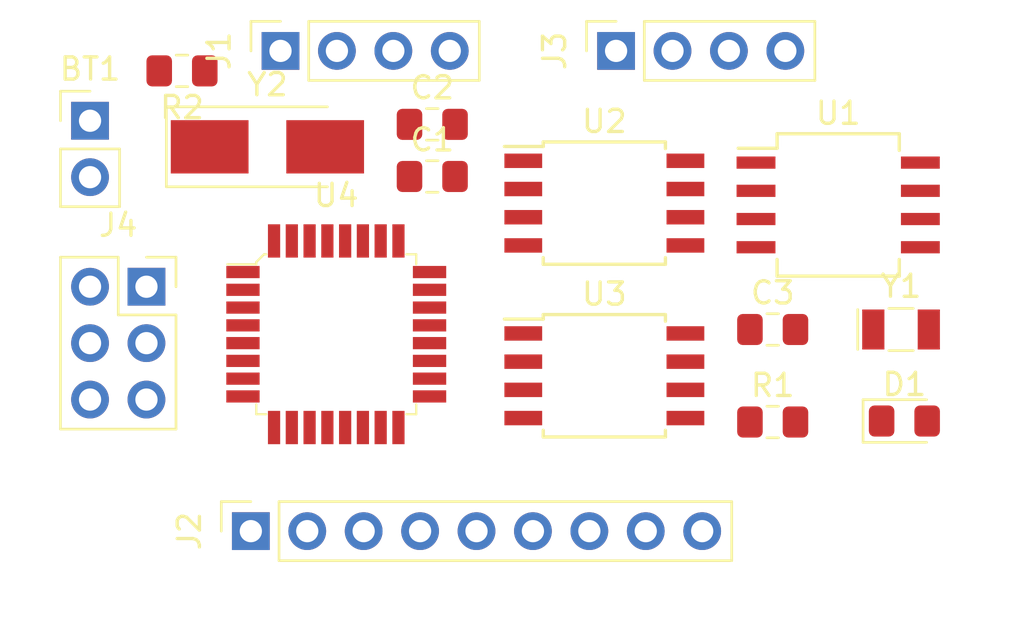
<source format=kicad_pcb>
(kicad_pcb (version 20171130) (host pcbnew "(5.1.5-0-10_14)")

  (general
    (thickness 1.6)
    (drawings 0)
    (tracks 0)
    (zones 0)
    (modules 17)
    (nets 33)
  )

  (page A4)
  (title_block
    (title "Arduino battery powered clone with extended EEPROM and clock")
    (date 2020-04-19)
    (rev 1)
    (company simonpiazolo.de)
    (comment 1 "Designed by Simon Piazolo")
  )

  (layers
    (0 F.Cu signal)
    (31 B.Cu signal)
    (32 B.Adhes user)
    (33 F.Adhes user)
    (34 B.Paste user)
    (35 F.Paste user)
    (36 B.SilkS user)
    (37 F.SilkS user)
    (38 B.Mask user)
    (39 F.Mask user)
    (40 Dwgs.User user)
    (41 Cmts.User user)
    (42 Eco1.User user)
    (43 Eco2.User user)
    (44 Edge.Cuts user)
    (45 Margin user)
    (46 B.CrtYd user)
    (47 F.CrtYd user)
    (48 B.Fab user)
    (49 F.Fab user)
  )

  (setup
    (last_trace_width 0.25)
    (user_trace_width 0.3)
    (trace_clearance 0.2)
    (zone_clearance 0.508)
    (zone_45_only no)
    (trace_min 0.2)
    (via_size 0.8)
    (via_drill 0.4)
    (via_min_size 0.4)
    (via_min_drill 0.3)
    (user_via 1 0.6)
    (uvia_size 0.3)
    (uvia_drill 0.1)
    (uvias_allowed no)
    (uvia_min_size 0.2)
    (uvia_min_drill 0.1)
    (edge_width 0.05)
    (segment_width 0.2)
    (pcb_text_width 0.3)
    (pcb_text_size 1.5 1.5)
    (mod_edge_width 0.12)
    (mod_text_size 1 1)
    (mod_text_width 0.15)
    (pad_size 1.524 1.524)
    (pad_drill 0.762)
    (pad_to_mask_clearance 0.051)
    (solder_mask_min_width 0.25)
    (aux_axis_origin 0 0)
    (visible_elements FFFFFF7F)
    (pcbplotparams
      (layerselection 0x010fc_ffffffff)
      (usegerberextensions false)
      (usegerberattributes false)
      (usegerberadvancedattributes false)
      (creategerberjobfile false)
      (excludeedgelayer true)
      (linewidth 0.100000)
      (plotframeref false)
      (viasonmask false)
      (mode 1)
      (useauxorigin false)
      (hpglpennumber 1)
      (hpglpenspeed 20)
      (hpglpendiameter 15.000000)
      (psnegative false)
      (psa4output false)
      (plotreference true)
      (plotvalue true)
      (plotinvisibletext false)
      (padsonsilk false)
      (subtractmaskfromsilk false)
      (outputformat 1)
      (mirror false)
      (drillshape 1)
      (scaleselection 1)
      (outputdirectory ""))
  )

  (net 0 "")
  (net 1 /Vcc)
  (net 2 "Net-(C1-Pad1)")
  (net 3 GNDPWR)
  (net 4 "Net-(C2-Pad1)")
  (net 5 "Net-(D1-Pad1)")
  (net 6 "Net-(D1-Pad2)")
  (net 7 /Rx)
  (net 8 /Tx)
  (net 9 /D2)
  (net 10 /D3)
  (net 11 /D4)
  (net 12 /D5)
  (net 13 /D6)
  (net 14 /D7)
  (net 15 /D8)
  (net 16 /SCK)
  (net 17 /SDA)
  (net 18 /MISO)
  (net 19 /MOSI)
  (net 20 /RESET)
  (net 21 "Net-(U1-Pad1)")
  (net 22 "Net-(U1-Pad2)")
  (net 23 "Net-(U1-Pad7)")
  (net 24 /ADDS1)
  (net 25 /ADDS2)
  (net 26 "Net-(U4-Pad13)")
  (net 27 "Net-(U4-Pad14)")
  (net 28 "Net-(U4-Pad19)")
  (net 29 "Net-(U4-Pad20)")
  (net 30 "Net-(U4-Pad22)")
  (net 31 "Net-(U4-Pad25)")
  (net 32 "Net-(U4-Pad26)")

  (net_class Default "This is the default net class."
    (clearance 0.2)
    (trace_width 0.25)
    (via_dia 0.8)
    (via_drill 0.4)
    (uvia_dia 0.3)
    (uvia_drill 0.1)
    (add_net /ADDS1)
    (add_net /ADDS2)
    (add_net /D2)
    (add_net /D3)
    (add_net /D4)
    (add_net /D5)
    (add_net /D6)
    (add_net /D7)
    (add_net /D8)
    (add_net /MISO)
    (add_net /MOSI)
    (add_net /RESET)
    (add_net /Rx)
    (add_net /SCK)
    (add_net /SDA)
    (add_net /Tx)
    (add_net "Net-(C1-Pad1)")
    (add_net "Net-(C2-Pad1)")
    (add_net "Net-(D1-Pad1)")
    (add_net "Net-(D1-Pad2)")
    (add_net "Net-(U1-Pad1)")
    (add_net "Net-(U1-Pad2)")
    (add_net "Net-(U1-Pad7)")
    (add_net "Net-(U4-Pad13)")
    (add_net "Net-(U4-Pad14)")
    (add_net "Net-(U4-Pad19)")
    (add_net "Net-(U4-Pad20)")
    (add_net "Net-(U4-Pad22)")
    (add_net "Net-(U4-Pad25)")
    (add_net "Net-(U4-Pad26)")
  )

  (net_class Power ""
    (clearance 0.2)
    (trace_width 0.3)
    (via_dia 1)
    (via_drill 0.6)
    (uvia_dia 0.3)
    (uvia_drill 0.1)
    (add_net /Vcc)
    (add_net GNDPWR)
  )

  (module Connector_PinHeader_2.54mm:PinHeader_1x02_P2.54mm_Vertical (layer F.Cu) (tedit 59FED5CC) (tstamp 5E9C0196)
    (at 94.06128 105.1814)
    (descr "Through hole straight pin header, 1x02, 2.54mm pitch, single row")
    (tags "Through hole pin header THT 1x02 2.54mm single row")
    (path /5E9ADC39)
    (fp_text reference BT1 (at 0 -2.33) (layer F.SilkS)
      (effects (font (size 1 1) (thickness 0.15)))
    )
    (fp_text value "Battery 3V" (at 0 4.87) (layer F.Fab)
      (effects (font (size 1 1) (thickness 0.15)))
    )
    (fp_line (start -0.635 -1.27) (end 1.27 -1.27) (layer F.Fab) (width 0.1))
    (fp_line (start 1.27 -1.27) (end 1.27 3.81) (layer F.Fab) (width 0.1))
    (fp_line (start 1.27 3.81) (end -1.27 3.81) (layer F.Fab) (width 0.1))
    (fp_line (start -1.27 3.81) (end -1.27 -0.635) (layer F.Fab) (width 0.1))
    (fp_line (start -1.27 -0.635) (end -0.635 -1.27) (layer F.Fab) (width 0.1))
    (fp_line (start -1.33 3.87) (end 1.33 3.87) (layer F.SilkS) (width 0.12))
    (fp_line (start -1.33 1.27) (end -1.33 3.87) (layer F.SilkS) (width 0.12))
    (fp_line (start 1.33 1.27) (end 1.33 3.87) (layer F.SilkS) (width 0.12))
    (fp_line (start -1.33 1.27) (end 1.33 1.27) (layer F.SilkS) (width 0.12))
    (fp_line (start -1.33 0) (end -1.33 -1.33) (layer F.SilkS) (width 0.12))
    (fp_line (start -1.33 -1.33) (end 0 -1.33) (layer F.SilkS) (width 0.12))
    (fp_line (start -1.8 -1.8) (end -1.8 4.35) (layer F.CrtYd) (width 0.05))
    (fp_line (start -1.8 4.35) (end 1.8 4.35) (layer F.CrtYd) (width 0.05))
    (fp_line (start 1.8 4.35) (end 1.8 -1.8) (layer F.CrtYd) (width 0.05))
    (fp_line (start 1.8 -1.8) (end -1.8 -1.8) (layer F.CrtYd) (width 0.05))
    (fp_text user %R (at 0 1.27 90) (layer F.Fab)
      (effects (font (size 1 1) (thickness 0.15)))
    )
    (pad 1 thru_hole rect (at 0 0) (size 1.7 1.7) (drill 1) (layers *.Cu *.Mask)
      (net 1 /Vcc))
    (pad 2 thru_hole oval (at 0 2.54) (size 1.7 1.7) (drill 1) (layers *.Cu *.Mask)
      (net 3 GNDPWR))
    (model ${KISYS3DMOD}/Connector_PinHeader_2.54mm.3dshapes/PinHeader_1x02_P2.54mm_Vertical.wrl
      (at (xyz 0 0 0))
      (scale (xyz 1 1 1))
      (rotate (xyz 0 0 0))
    )
  )

  (module Capacitor_SMD:C_0805_2012Metric_Pad1.15x1.40mm_HandSolder (layer F.Cu) (tedit 5B36C52B) (tstamp 5E9C01A7)
    (at 109.46892 107.69092)
    (descr "Capacitor SMD 0805 (2012 Metric), square (rectangular) end terminal, IPC_7351 nominal with elongated pad for handsoldering. (Body size source: https://docs.google.com/spreadsheets/d/1BsfQQcO9C6DZCsRaXUlFlo91Tg2WpOkGARC1WS5S8t0/edit?usp=sharing), generated with kicad-footprint-generator")
    (tags "capacitor handsolder")
    (path /5E9AE1F8)
    (attr smd)
    (fp_text reference C1 (at 0 -1.65) (layer F.SilkS)
      (effects (font (size 1 1) (thickness 0.15)))
    )
    (fp_text value 22pF (at 0 1.65) (layer F.Fab)
      (effects (font (size 1 1) (thickness 0.15)))
    )
    (fp_line (start -1 0.6) (end -1 -0.6) (layer F.Fab) (width 0.1))
    (fp_line (start -1 -0.6) (end 1 -0.6) (layer F.Fab) (width 0.1))
    (fp_line (start 1 -0.6) (end 1 0.6) (layer F.Fab) (width 0.1))
    (fp_line (start 1 0.6) (end -1 0.6) (layer F.Fab) (width 0.1))
    (fp_line (start -0.261252 -0.71) (end 0.261252 -0.71) (layer F.SilkS) (width 0.12))
    (fp_line (start -0.261252 0.71) (end 0.261252 0.71) (layer F.SilkS) (width 0.12))
    (fp_line (start -1.85 0.95) (end -1.85 -0.95) (layer F.CrtYd) (width 0.05))
    (fp_line (start -1.85 -0.95) (end 1.85 -0.95) (layer F.CrtYd) (width 0.05))
    (fp_line (start 1.85 -0.95) (end 1.85 0.95) (layer F.CrtYd) (width 0.05))
    (fp_line (start 1.85 0.95) (end -1.85 0.95) (layer F.CrtYd) (width 0.05))
    (fp_text user %R (at 0 0) (layer F.Fab)
      (effects (font (size 0.5 0.5) (thickness 0.08)))
    )
    (pad 1 smd roundrect (at -1.025 0) (size 1.15 1.4) (layers F.Cu F.Paste F.Mask) (roundrect_rratio 0.217391)
      (net 2 "Net-(C1-Pad1)"))
    (pad 2 smd roundrect (at 1.025 0) (size 1.15 1.4) (layers F.Cu F.Paste F.Mask) (roundrect_rratio 0.217391)
      (net 3 GNDPWR))
    (model ${KISYS3DMOD}/Capacitor_SMD.3dshapes/C_0805_2012Metric.wrl
      (at (xyz 0 0 0))
      (scale (xyz 1 1 1))
      (rotate (xyz 0 0 0))
    )
  )

  (module Capacitor_SMD:C_0805_2012Metric_Pad1.15x1.40mm_HandSolder (layer F.Cu) (tedit 5B36C52B) (tstamp 5E9C10E3)
    (at 109.46892 105.34396)
    (descr "Capacitor SMD 0805 (2012 Metric), square (rectangular) end terminal, IPC_7351 nominal with elongated pad for handsoldering. (Body size source: https://docs.google.com/spreadsheets/d/1BsfQQcO9C6DZCsRaXUlFlo91Tg2WpOkGARC1WS5S8t0/edit?usp=sharing), generated with kicad-footprint-generator")
    (tags "capacitor handsolder")
    (path /5E9AE956)
    (attr smd)
    (fp_text reference C2 (at 0 -1.65) (layer F.SilkS)
      (effects (font (size 1 1) (thickness 0.15)))
    )
    (fp_text value 22pF (at 0 1.65) (layer F.Fab)
      (effects (font (size 1 1) (thickness 0.15)))
    )
    (fp_text user %R (at 0 0) (layer F.Fab)
      (effects (font (size 0.5 0.5) (thickness 0.08)))
    )
    (fp_line (start 1.85 0.95) (end -1.85 0.95) (layer F.CrtYd) (width 0.05))
    (fp_line (start 1.85 -0.95) (end 1.85 0.95) (layer F.CrtYd) (width 0.05))
    (fp_line (start -1.85 -0.95) (end 1.85 -0.95) (layer F.CrtYd) (width 0.05))
    (fp_line (start -1.85 0.95) (end -1.85 -0.95) (layer F.CrtYd) (width 0.05))
    (fp_line (start -0.261252 0.71) (end 0.261252 0.71) (layer F.SilkS) (width 0.12))
    (fp_line (start -0.261252 -0.71) (end 0.261252 -0.71) (layer F.SilkS) (width 0.12))
    (fp_line (start 1 0.6) (end -1 0.6) (layer F.Fab) (width 0.1))
    (fp_line (start 1 -0.6) (end 1 0.6) (layer F.Fab) (width 0.1))
    (fp_line (start -1 -0.6) (end 1 -0.6) (layer F.Fab) (width 0.1))
    (fp_line (start -1 0.6) (end -1 -0.6) (layer F.Fab) (width 0.1))
    (pad 2 smd roundrect (at 1.025 0) (size 1.15 1.4) (layers F.Cu F.Paste F.Mask) (roundrect_rratio 0.217391)
      (net 3 GNDPWR))
    (pad 1 smd roundrect (at -1.025 0) (size 1.15 1.4) (layers F.Cu F.Paste F.Mask) (roundrect_rratio 0.217391)
      (net 4 "Net-(C2-Pad1)"))
    (model ${KISYS3DMOD}/Capacitor_SMD.3dshapes/C_0805_2012Metric.wrl
      (at (xyz 0 0 0))
      (scale (xyz 1 1 1))
      (rotate (xyz 0 0 0))
    )
  )

  (module Capacitor_SMD:C_0805_2012Metric_Pad1.15x1.40mm_HandSolder (layer F.Cu) (tedit 5B36C52B) (tstamp 5E9C01C9)
    (at 124.79528 114.5794)
    (descr "Capacitor SMD 0805 (2012 Metric), square (rectangular) end terminal, IPC_7351 nominal with elongated pad for handsoldering. (Body size source: https://docs.google.com/spreadsheets/d/1BsfQQcO9C6DZCsRaXUlFlo91Tg2WpOkGARC1WS5S8t0/edit?usp=sharing), generated with kicad-footprint-generator")
    (tags "capacitor handsolder")
    (path /5E9AF047)
    (attr smd)
    (fp_text reference C3 (at 0 -1.65) (layer F.SilkS)
      (effects (font (size 1 1) (thickness 0.15)))
    )
    (fp_text value 10uF (at 0 1.65) (layer F.Fab)
      (effects (font (size 1 1) (thickness 0.15)))
    )
    (fp_line (start -1 0.6) (end -1 -0.6) (layer F.Fab) (width 0.1))
    (fp_line (start -1 -0.6) (end 1 -0.6) (layer F.Fab) (width 0.1))
    (fp_line (start 1 -0.6) (end 1 0.6) (layer F.Fab) (width 0.1))
    (fp_line (start 1 0.6) (end -1 0.6) (layer F.Fab) (width 0.1))
    (fp_line (start -0.261252 -0.71) (end 0.261252 -0.71) (layer F.SilkS) (width 0.12))
    (fp_line (start -0.261252 0.71) (end 0.261252 0.71) (layer F.SilkS) (width 0.12))
    (fp_line (start -1.85 0.95) (end -1.85 -0.95) (layer F.CrtYd) (width 0.05))
    (fp_line (start -1.85 -0.95) (end 1.85 -0.95) (layer F.CrtYd) (width 0.05))
    (fp_line (start 1.85 -0.95) (end 1.85 0.95) (layer F.CrtYd) (width 0.05))
    (fp_line (start 1.85 0.95) (end -1.85 0.95) (layer F.CrtYd) (width 0.05))
    (fp_text user %R (at 0 0) (layer F.Fab)
      (effects (font (size 0.5 0.5) (thickness 0.08)))
    )
    (pad 1 smd roundrect (at -1.025 0) (size 1.15 1.4) (layers F.Cu F.Paste F.Mask) (roundrect_rratio 0.217391)
      (net 1 /Vcc))
    (pad 2 smd roundrect (at 1.025 0) (size 1.15 1.4) (layers F.Cu F.Paste F.Mask) (roundrect_rratio 0.217391)
      (net 3 GNDPWR))
    (model ${KISYS3DMOD}/Capacitor_SMD.3dshapes/C_0805_2012Metric.wrl
      (at (xyz 0 0 0))
      (scale (xyz 1 1 1))
      (rotate (xyz 0 0 0))
    )
  )

  (module LED_SMD:LED_0805_2012Metric_Pad1.15x1.40mm_HandSolder (layer F.Cu) (tedit 5B4B45C9) (tstamp 5E9C19B0)
    (at 130.72364 118.7)
    (descr "LED SMD 0805 (2012 Metric), square (rectangular) end terminal, IPC_7351 nominal, (Body size source: https://docs.google.com/spreadsheets/d/1BsfQQcO9C6DZCsRaXUlFlo91Tg2WpOkGARC1WS5S8t0/edit?usp=sharing), generated with kicad-footprint-generator")
    (tags "LED handsolder")
    (path /5E9AF4DB)
    (attr smd)
    (fp_text reference D1 (at 0 -1.65) (layer F.SilkS)
      (effects (font (size 1 1) (thickness 0.15)))
    )
    (fp_text value LED (at 0 1.65) (layer F.Fab)
      (effects (font (size 1 1) (thickness 0.15)))
    )
    (fp_line (start 1 -0.6) (end -0.7 -0.6) (layer F.Fab) (width 0.1))
    (fp_line (start -0.7 -0.6) (end -1 -0.3) (layer F.Fab) (width 0.1))
    (fp_line (start -1 -0.3) (end -1 0.6) (layer F.Fab) (width 0.1))
    (fp_line (start -1 0.6) (end 1 0.6) (layer F.Fab) (width 0.1))
    (fp_line (start 1 0.6) (end 1 -0.6) (layer F.Fab) (width 0.1))
    (fp_line (start 1 -0.96) (end -1.86 -0.96) (layer F.SilkS) (width 0.12))
    (fp_line (start -1.86 -0.96) (end -1.86 0.96) (layer F.SilkS) (width 0.12))
    (fp_line (start -1.86 0.96) (end 1 0.96) (layer F.SilkS) (width 0.12))
    (fp_line (start -1.85 0.95) (end -1.85 -0.95) (layer F.CrtYd) (width 0.05))
    (fp_line (start -1.85 -0.95) (end 1.85 -0.95) (layer F.CrtYd) (width 0.05))
    (fp_line (start 1.85 -0.95) (end 1.85 0.95) (layer F.CrtYd) (width 0.05))
    (fp_line (start 1.85 0.95) (end -1.85 0.95) (layer F.CrtYd) (width 0.05))
    (fp_text user %R (at 0 0) (layer F.Fab)
      (effects (font (size 0.5 0.5) (thickness 0.08)))
    )
    (pad 1 smd roundrect (at -1.025 0) (size 1.15 1.4) (layers F.Cu F.Paste F.Mask) (roundrect_rratio 0.217391)
      (net 5 "Net-(D1-Pad1)"))
    (pad 2 smd roundrect (at 1.025 0) (size 1.15 1.4) (layers F.Cu F.Paste F.Mask) (roundrect_rratio 0.217391)
      (net 6 "Net-(D1-Pad2)"))
    (model ${KISYS3DMOD}/LED_SMD.3dshapes/LED_0805_2012Metric.wrl
      (at (xyz 0 0 0))
      (scale (xyz 1 1 1))
      (rotate (xyz 0 0 0))
    )
  )

  (module Connector_PinSocket_2.54mm:PinSocket_1x04_P2.54mm_Vertical (layer F.Cu) (tedit 5A19A429) (tstamp 5E9C0A2A)
    (at 102.63632 102.03688 90)
    (descr "Through hole straight socket strip, 1x04, 2.54mm pitch, single row (from Kicad 4.0.7), script generated")
    (tags "Through hole socket strip THT 1x04 2.54mm single row")
    (path /5E9B2945/5E9B3DBD)
    (fp_text reference J1 (at 0 -2.77 90) (layer F.SilkS)
      (effects (font (size 1 1) (thickness 0.15)))
    )
    (fp_text value Serial (at 0 10.39 90) (layer F.Fab)
      (effects (font (size 1 1) (thickness 0.15)))
    )
    (fp_line (start -1.27 -1.27) (end 0.635 -1.27) (layer F.Fab) (width 0.1))
    (fp_line (start 0.635 -1.27) (end 1.27 -0.635) (layer F.Fab) (width 0.1))
    (fp_line (start 1.27 -0.635) (end 1.27 8.89) (layer F.Fab) (width 0.1))
    (fp_line (start 1.27 8.89) (end -1.27 8.89) (layer F.Fab) (width 0.1))
    (fp_line (start -1.27 8.89) (end -1.27 -1.27) (layer F.Fab) (width 0.1))
    (fp_line (start -1.33 1.27) (end 1.33 1.27) (layer F.SilkS) (width 0.12))
    (fp_line (start -1.33 1.27) (end -1.33 8.95) (layer F.SilkS) (width 0.12))
    (fp_line (start -1.33 8.95) (end 1.33 8.95) (layer F.SilkS) (width 0.12))
    (fp_line (start 1.33 1.27) (end 1.33 8.95) (layer F.SilkS) (width 0.12))
    (fp_line (start 1.33 -1.33) (end 1.33 0) (layer F.SilkS) (width 0.12))
    (fp_line (start 0 -1.33) (end 1.33 -1.33) (layer F.SilkS) (width 0.12))
    (fp_line (start -1.8 -1.8) (end 1.75 -1.8) (layer F.CrtYd) (width 0.05))
    (fp_line (start 1.75 -1.8) (end 1.75 9.4) (layer F.CrtYd) (width 0.05))
    (fp_line (start 1.75 9.4) (end -1.8 9.4) (layer F.CrtYd) (width 0.05))
    (fp_line (start -1.8 9.4) (end -1.8 -1.8) (layer F.CrtYd) (width 0.05))
    (fp_text user %R (at 0 3.81) (layer F.Fab)
      (effects (font (size 1 1) (thickness 0.15)))
    )
    (pad 1 thru_hole rect (at 0 0 90) (size 1.7 1.7) (drill 1) (layers *.Cu *.Mask)
      (net 3 GNDPWR))
    (pad 2 thru_hole oval (at 0 2.54 90) (size 1.7 1.7) (drill 1) (layers *.Cu *.Mask)
      (net 1 /Vcc))
    (pad 3 thru_hole oval (at 0 5.08 90) (size 1.7 1.7) (drill 1) (layers *.Cu *.Mask)
      (net 7 /Rx))
    (pad 4 thru_hole oval (at 0 7.62 90) (size 1.7 1.7) (drill 1) (layers *.Cu *.Mask)
      (net 8 /Tx))
    (model ${KISYS3DMOD}/Connector_PinSocket_2.54mm.3dshapes/PinSocket_1x04_P2.54mm_Vertical.wrl
      (at (xyz 0 0 0))
      (scale (xyz 1 1 1))
      (rotate (xyz 0 0 0))
    )
  )

  (module Connector_PinSocket_2.54mm:PinSocket_1x09_P2.54mm_Vertical (layer F.Cu) (tedit 5A19A431) (tstamp 5E9C0211)
    (at 101.30028 123.65736 90)
    (descr "Through hole straight socket strip, 1x09, 2.54mm pitch, single row (from Kicad 4.0.7), script generated")
    (tags "Through hole socket strip THT 1x09 2.54mm single row")
    (path /5E9B2945/5E9B3209)
    (fp_text reference J2 (at 0 -2.77 90) (layer F.SilkS)
      (effects (font (size 1 1) (thickness 0.15)))
    )
    (fp_text value "Digital pins" (at 0 23.09 90) (layer F.Fab)
      (effects (font (size 1 1) (thickness 0.15)))
    )
    (fp_line (start -1.27 -1.27) (end 0.635 -1.27) (layer F.Fab) (width 0.1))
    (fp_line (start 0.635 -1.27) (end 1.27 -0.635) (layer F.Fab) (width 0.1))
    (fp_line (start 1.27 -0.635) (end 1.27 21.59) (layer F.Fab) (width 0.1))
    (fp_line (start 1.27 21.59) (end -1.27 21.59) (layer F.Fab) (width 0.1))
    (fp_line (start -1.27 21.59) (end -1.27 -1.27) (layer F.Fab) (width 0.1))
    (fp_line (start -1.33 1.27) (end 1.33 1.27) (layer F.SilkS) (width 0.12))
    (fp_line (start -1.33 1.27) (end -1.33 21.65) (layer F.SilkS) (width 0.12))
    (fp_line (start -1.33 21.65) (end 1.33 21.65) (layer F.SilkS) (width 0.12))
    (fp_line (start 1.33 1.27) (end 1.33 21.65) (layer F.SilkS) (width 0.12))
    (fp_line (start 1.33 -1.33) (end 1.33 0) (layer F.SilkS) (width 0.12))
    (fp_line (start 0 -1.33) (end 1.33 -1.33) (layer F.SilkS) (width 0.12))
    (fp_line (start -1.8 -1.8) (end 1.75 -1.8) (layer F.CrtYd) (width 0.05))
    (fp_line (start 1.75 -1.8) (end 1.75 22.1) (layer F.CrtYd) (width 0.05))
    (fp_line (start 1.75 22.1) (end -1.8 22.1) (layer F.CrtYd) (width 0.05))
    (fp_line (start -1.8 22.1) (end -1.8 -1.8) (layer F.CrtYd) (width 0.05))
    (fp_text user %R (at 0 10.16) (layer F.Fab)
      (effects (font (size 1 1) (thickness 0.15)))
    )
    (pad 1 thru_hole rect (at 0 0 90) (size 1.7 1.7) (drill 1) (layers *.Cu *.Mask)
      (net 9 /D2))
    (pad 2 thru_hole oval (at 0 2.54 90) (size 1.7 1.7) (drill 1) (layers *.Cu *.Mask)
      (net 10 /D3))
    (pad 3 thru_hole oval (at 0 5.08 90) (size 1.7 1.7) (drill 1) (layers *.Cu *.Mask)
      (net 11 /D4))
    (pad 4 thru_hole oval (at 0 7.62 90) (size 1.7 1.7) (drill 1) (layers *.Cu *.Mask)
      (net 12 /D5))
    (pad 5 thru_hole oval (at 0 10.16 90) (size 1.7 1.7) (drill 1) (layers *.Cu *.Mask)
      (net 13 /D6))
    (pad 6 thru_hole oval (at 0 12.7 90) (size 1.7 1.7) (drill 1) (layers *.Cu *.Mask)
      (net 14 /D7))
    (pad 7 thru_hole oval (at 0 15.24 90) (size 1.7 1.7) (drill 1) (layers *.Cu *.Mask)
      (net 15 /D8))
    (pad 8 thru_hole oval (at 0 17.78 90) (size 1.7 1.7) (drill 1) (layers *.Cu *.Mask)
      (net 3 GNDPWR))
    (pad 9 thru_hole oval (at 0 20.32 90) (size 1.7 1.7) (drill 1) (layers *.Cu *.Mask)
      (net 1 /Vcc))
    (model ${KISYS3DMOD}/Connector_PinSocket_2.54mm.3dshapes/PinSocket_1x09_P2.54mm_Vertical.wrl
      (at (xyz 0 0 0))
      (scale (xyz 1 1 1))
      (rotate (xyz 0 0 0))
    )
  )

  (module Connector_PinSocket_2.54mm:PinSocket_1x04_P2.54mm_Vertical (layer F.Cu) (tedit 5A19A429) (tstamp 5E9C0229)
    (at 117.74424 102.03688 90)
    (descr "Through hole straight socket strip, 1x04, 2.54mm pitch, single row (from Kicad 4.0.7), script generated")
    (tags "Through hole socket strip THT 1x04 2.54mm single row")
    (path /5E9B2945/5E9B4FBB)
    (fp_text reference J3 (at 0 -2.77 90) (layer F.SilkS)
      (effects (font (size 1 1) (thickness 0.15)))
    )
    (fp_text value I2C (at 0 10.39 90) (layer F.Fab)
      (effects (font (size 1 1) (thickness 0.15)))
    )
    (fp_text user %R (at 0 3.81) (layer F.Fab)
      (effects (font (size 1 1) (thickness 0.15)))
    )
    (fp_line (start -1.8 9.4) (end -1.8 -1.8) (layer F.CrtYd) (width 0.05))
    (fp_line (start 1.75 9.4) (end -1.8 9.4) (layer F.CrtYd) (width 0.05))
    (fp_line (start 1.75 -1.8) (end 1.75 9.4) (layer F.CrtYd) (width 0.05))
    (fp_line (start -1.8 -1.8) (end 1.75 -1.8) (layer F.CrtYd) (width 0.05))
    (fp_line (start 0 -1.33) (end 1.33 -1.33) (layer F.SilkS) (width 0.12))
    (fp_line (start 1.33 -1.33) (end 1.33 0) (layer F.SilkS) (width 0.12))
    (fp_line (start 1.33 1.27) (end 1.33 8.95) (layer F.SilkS) (width 0.12))
    (fp_line (start -1.33 8.95) (end 1.33 8.95) (layer F.SilkS) (width 0.12))
    (fp_line (start -1.33 1.27) (end -1.33 8.95) (layer F.SilkS) (width 0.12))
    (fp_line (start -1.33 1.27) (end 1.33 1.27) (layer F.SilkS) (width 0.12))
    (fp_line (start -1.27 8.89) (end -1.27 -1.27) (layer F.Fab) (width 0.1))
    (fp_line (start 1.27 8.89) (end -1.27 8.89) (layer F.Fab) (width 0.1))
    (fp_line (start 1.27 -0.635) (end 1.27 8.89) (layer F.Fab) (width 0.1))
    (fp_line (start 0.635 -1.27) (end 1.27 -0.635) (layer F.Fab) (width 0.1))
    (fp_line (start -1.27 -1.27) (end 0.635 -1.27) (layer F.Fab) (width 0.1))
    (pad 4 thru_hole oval (at 0 7.62 90) (size 1.7 1.7) (drill 1) (layers *.Cu *.Mask)
      (net 16 /SCK))
    (pad 3 thru_hole oval (at 0 5.08 90) (size 1.7 1.7) (drill 1) (layers *.Cu *.Mask)
      (net 17 /SDA))
    (pad 2 thru_hole oval (at 0 2.54 90) (size 1.7 1.7) (drill 1) (layers *.Cu *.Mask)
      (net 1 /Vcc))
    (pad 1 thru_hole rect (at 0 0 90) (size 1.7 1.7) (drill 1) (layers *.Cu *.Mask)
      (net 3 GNDPWR))
    (model ${KISYS3DMOD}/Connector_PinSocket_2.54mm.3dshapes/PinSocket_1x04_P2.54mm_Vertical.wrl
      (at (xyz 0 0 0))
      (scale (xyz 1 1 1))
      (rotate (xyz 0 0 0))
    )
  )

  (module Connector_PinSocket_2.54mm:PinSocket_2x03_P2.54mm_Vertical (layer F.Cu) (tedit 5A19A425) (tstamp 5E9C0245)
    (at 96.60128 112.65408)
    (descr "Through hole straight socket strip, 2x03, 2.54mm pitch, double cols (from Kicad 4.0.7), script generated")
    (tags "Through hole socket strip THT 2x03 2.54mm double row")
    (path /5E9B2945/5E9B44E9)
    (fp_text reference J4 (at -1.27 -2.77) (layer F.SilkS)
      (effects (font (size 1 1) (thickness 0.15)))
    )
    (fp_text value ICSP (at -1.27 7.85) (layer F.Fab)
      (effects (font (size 1 1) (thickness 0.15)))
    )
    (fp_line (start -3.81 -1.27) (end 0.27 -1.27) (layer F.Fab) (width 0.1))
    (fp_line (start 0.27 -1.27) (end 1.27 -0.27) (layer F.Fab) (width 0.1))
    (fp_line (start 1.27 -0.27) (end 1.27 6.35) (layer F.Fab) (width 0.1))
    (fp_line (start 1.27 6.35) (end -3.81 6.35) (layer F.Fab) (width 0.1))
    (fp_line (start -3.81 6.35) (end -3.81 -1.27) (layer F.Fab) (width 0.1))
    (fp_line (start -3.87 -1.33) (end -1.27 -1.33) (layer F.SilkS) (width 0.12))
    (fp_line (start -3.87 -1.33) (end -3.87 6.41) (layer F.SilkS) (width 0.12))
    (fp_line (start -3.87 6.41) (end 1.33 6.41) (layer F.SilkS) (width 0.12))
    (fp_line (start 1.33 1.27) (end 1.33 6.41) (layer F.SilkS) (width 0.12))
    (fp_line (start -1.27 1.27) (end 1.33 1.27) (layer F.SilkS) (width 0.12))
    (fp_line (start -1.27 -1.33) (end -1.27 1.27) (layer F.SilkS) (width 0.12))
    (fp_line (start 1.33 -1.33) (end 1.33 0) (layer F.SilkS) (width 0.12))
    (fp_line (start 0 -1.33) (end 1.33 -1.33) (layer F.SilkS) (width 0.12))
    (fp_line (start -4.34 -1.8) (end 1.76 -1.8) (layer F.CrtYd) (width 0.05))
    (fp_line (start 1.76 -1.8) (end 1.76 6.85) (layer F.CrtYd) (width 0.05))
    (fp_line (start 1.76 6.85) (end -4.34 6.85) (layer F.CrtYd) (width 0.05))
    (fp_line (start -4.34 6.85) (end -4.34 -1.8) (layer F.CrtYd) (width 0.05))
    (fp_text user %R (at -1.27 2.54 90) (layer F.Fab)
      (effects (font (size 1 1) (thickness 0.15)))
    )
    (pad 1 thru_hole rect (at 0 0) (size 1.7 1.7) (drill 1) (layers *.Cu *.Mask)
      (net 18 /MISO))
    (pad 2 thru_hole oval (at -2.54 0) (size 1.7 1.7) (drill 1) (layers *.Cu *.Mask)
      (net 1 /Vcc))
    (pad 3 thru_hole oval (at 0 2.54) (size 1.7 1.7) (drill 1) (layers *.Cu *.Mask)
      (net 16 /SCK))
    (pad 4 thru_hole oval (at -2.54 2.54) (size 1.7 1.7) (drill 1) (layers *.Cu *.Mask)
      (net 19 /MOSI))
    (pad 5 thru_hole oval (at 0 5.08) (size 1.7 1.7) (drill 1) (layers *.Cu *.Mask)
      (net 20 /RESET))
    (pad 6 thru_hole oval (at -2.54 5.08) (size 1.7 1.7) (drill 1) (layers *.Cu *.Mask)
      (net 3 GNDPWR))
    (model ${KISYS3DMOD}/Connector_PinSocket_2.54mm.3dshapes/PinSocket_2x03_P2.54mm_Vertical.wrl
      (at (xyz 0 0 0))
      (scale (xyz 1 1 1))
      (rotate (xyz 0 0 0))
    )
  )

  (module Resistor_SMD:R_0805_2012Metric_Pad1.15x1.40mm_HandSolder (layer F.Cu) (tedit 5B36C52B) (tstamp 5E9C0256)
    (at 124.79528 118.745)
    (descr "Resistor SMD 0805 (2012 Metric), square (rectangular) end terminal, IPC_7351 nominal with elongated pad for handsoldering. (Body size source: https://docs.google.com/spreadsheets/d/1BsfQQcO9C6DZCsRaXUlFlo91Tg2WpOkGARC1WS5S8t0/edit?usp=sharing), generated with kicad-footprint-generator")
    (tags "resistor handsolder")
    (path /5E9AFB62)
    (attr smd)
    (fp_text reference R1 (at 0 -1.65) (layer F.SilkS)
      (effects (font (size 1 1) (thickness 0.15)))
    )
    (fp_text value 330R (at 0 1.65) (layer F.Fab)
      (effects (font (size 1 1) (thickness 0.15)))
    )
    (fp_text user %R (at 0 0) (layer F.Fab)
      (effects (font (size 0.5 0.5) (thickness 0.08)))
    )
    (fp_line (start 1.85 0.95) (end -1.85 0.95) (layer F.CrtYd) (width 0.05))
    (fp_line (start 1.85 -0.95) (end 1.85 0.95) (layer F.CrtYd) (width 0.05))
    (fp_line (start -1.85 -0.95) (end 1.85 -0.95) (layer F.CrtYd) (width 0.05))
    (fp_line (start -1.85 0.95) (end -1.85 -0.95) (layer F.CrtYd) (width 0.05))
    (fp_line (start -0.261252 0.71) (end 0.261252 0.71) (layer F.SilkS) (width 0.12))
    (fp_line (start -0.261252 -0.71) (end 0.261252 -0.71) (layer F.SilkS) (width 0.12))
    (fp_line (start 1 0.6) (end -1 0.6) (layer F.Fab) (width 0.1))
    (fp_line (start 1 -0.6) (end 1 0.6) (layer F.Fab) (width 0.1))
    (fp_line (start -1 -0.6) (end 1 -0.6) (layer F.Fab) (width 0.1))
    (fp_line (start -1 0.6) (end -1 -0.6) (layer F.Fab) (width 0.1))
    (pad 2 smd roundrect (at 1.025 0) (size 1.15 1.4) (layers F.Cu F.Paste F.Mask) (roundrect_rratio 0.217391)
      (net 3 GNDPWR))
    (pad 1 smd roundrect (at -1.025 0) (size 1.15 1.4) (layers F.Cu F.Paste F.Mask) (roundrect_rratio 0.217391)
      (net 5 "Net-(D1-Pad1)"))
    (model ${KISYS3DMOD}/Resistor_SMD.3dshapes/R_0805_2012Metric.wrl
      (at (xyz 0 0 0))
      (scale (xyz 1 1 1))
      (rotate (xyz 0 0 0))
    )
  )

  (module Resistor_SMD:R_0805_2012Metric_Pad1.15x1.40mm_HandSolder (layer F.Cu) (tedit 5B36C52B) (tstamp 5E9C0E6F)
    (at 98.20148 102.93604 180)
    (descr "Resistor SMD 0805 (2012 Metric), square (rectangular) end terminal, IPC_7351 nominal with elongated pad for handsoldering. (Body size source: https://docs.google.com/spreadsheets/d/1BsfQQcO9C6DZCsRaXUlFlo91Tg2WpOkGARC1WS5S8t0/edit?usp=sharing), generated with kicad-footprint-generator")
    (tags "resistor handsolder")
    (path /5E9AF9BC)
    (attr smd)
    (fp_text reference R2 (at 0 -1.65) (layer F.SilkS)
      (effects (font (size 1 1) (thickness 0.15)))
    )
    (fp_text value 10K (at 0 1.65) (layer F.Fab)
      (effects (font (size 1 1) (thickness 0.15)))
    )
    (fp_line (start -1 0.6) (end -1 -0.6) (layer F.Fab) (width 0.1))
    (fp_line (start -1 -0.6) (end 1 -0.6) (layer F.Fab) (width 0.1))
    (fp_line (start 1 -0.6) (end 1 0.6) (layer F.Fab) (width 0.1))
    (fp_line (start 1 0.6) (end -1 0.6) (layer F.Fab) (width 0.1))
    (fp_line (start -0.261252 -0.71) (end 0.261252 -0.71) (layer F.SilkS) (width 0.12))
    (fp_line (start -0.261252 0.71) (end 0.261252 0.71) (layer F.SilkS) (width 0.12))
    (fp_line (start -1.85 0.95) (end -1.85 -0.95) (layer F.CrtYd) (width 0.05))
    (fp_line (start -1.85 -0.95) (end 1.85 -0.95) (layer F.CrtYd) (width 0.05))
    (fp_line (start 1.85 -0.95) (end 1.85 0.95) (layer F.CrtYd) (width 0.05))
    (fp_line (start 1.85 0.95) (end -1.85 0.95) (layer F.CrtYd) (width 0.05))
    (fp_text user %R (at 0 0) (layer F.Fab)
      (effects (font (size 0.5 0.5) (thickness 0.08)))
    )
    (pad 1 smd roundrect (at -1.025 0 180) (size 1.15 1.4) (layers F.Cu F.Paste F.Mask) (roundrect_rratio 0.217391)
      (net 20 /RESET))
    (pad 2 smd roundrect (at 1.025 0 180) (size 1.15 1.4) (layers F.Cu F.Paste F.Mask) (roundrect_rratio 0.217391)
      (net 1 /Vcc))
    (model ${KISYS3DMOD}/Resistor_SMD.3dshapes/R_0805_2012Metric.wrl
      (at (xyz 0 0 0))
      (scale (xyz 1 1 1))
      (rotate (xyz 0 0 0))
    )
  )

  (module Package_SO:SO-8_5.3x6.2mm_P1.27mm (layer F.Cu) (tedit 5A02F2D3) (tstamp 5E9C0F4F)
    (at 127.74364 108.97108)
    (descr "8-Lead Plastic Small Outline, 5.3x6.2mm Body (http://www.ti.com.cn/cn/lit/ds/symlink/tl7705a.pdf)")
    (tags "SOIC 1.27")
    (path /5E9BB10B)
    (attr smd)
    (fp_text reference U1 (at 0 -4.13) (layer F.SilkS)
      (effects (font (size 1 1) (thickness 0.15)))
    )
    (fp_text value DS1337S+ (at 0 4.13) (layer F.Fab)
      (effects (font (size 1 1) (thickness 0.15)))
    )
    (fp_text user %R (at 0 0) (layer F.Fab)
      (effects (font (size 1 1) (thickness 0.15)))
    )
    (fp_line (start -1.65 -3.1) (end 2.65 -3.1) (layer F.Fab) (width 0.15))
    (fp_line (start 2.65 -3.1) (end 2.65 3.1) (layer F.Fab) (width 0.15))
    (fp_line (start 2.65 3.1) (end -2.65 3.1) (layer F.Fab) (width 0.15))
    (fp_line (start -2.65 3.1) (end -2.65 -2.1) (layer F.Fab) (width 0.15))
    (fp_line (start -2.65 -2.1) (end -1.65 -3.1) (layer F.Fab) (width 0.15))
    (fp_line (start -4.83 -3.35) (end -4.83 3.35) (layer F.CrtYd) (width 0.05))
    (fp_line (start 4.83 -3.35) (end 4.83 3.35) (layer F.CrtYd) (width 0.05))
    (fp_line (start -4.83 -3.35) (end 4.83 -3.35) (layer F.CrtYd) (width 0.05))
    (fp_line (start -4.83 3.35) (end 4.83 3.35) (layer F.CrtYd) (width 0.05))
    (fp_line (start -2.75 -3.205) (end -2.75 -2.55) (layer F.SilkS) (width 0.15))
    (fp_line (start 2.75 -3.205) (end 2.75 -2.455) (layer F.SilkS) (width 0.15))
    (fp_line (start 2.75 3.205) (end 2.75 2.455) (layer F.SilkS) (width 0.15))
    (fp_line (start -2.75 3.205) (end -2.75 2.455) (layer F.SilkS) (width 0.15))
    (fp_line (start -2.75 -3.205) (end 2.75 -3.205) (layer F.SilkS) (width 0.15))
    (fp_line (start -2.75 3.205) (end 2.75 3.205) (layer F.SilkS) (width 0.15))
    (fp_line (start -2.75 -2.55) (end -4.5 -2.55) (layer F.SilkS) (width 0.15))
    (pad 1 smd rect (at -3.7 -1.905) (size 1.75 0.55) (layers F.Cu F.Paste F.Mask)
      (net 21 "Net-(U1-Pad1)"))
    (pad 2 smd rect (at -3.7 -0.635) (size 1.75 0.55) (layers F.Cu F.Paste F.Mask)
      (net 22 "Net-(U1-Pad2)"))
    (pad 3 smd rect (at -3.7 0.635) (size 1.75 0.55) (layers F.Cu F.Paste F.Mask)
      (net 1 /Vcc))
    (pad 4 smd rect (at -3.7 1.905) (size 1.75 0.55) (layers F.Cu F.Paste F.Mask)
      (net 3 GNDPWR))
    (pad 5 smd rect (at 3.7 1.905) (size 1.75 0.55) (layers F.Cu F.Paste F.Mask)
      (net 17 /SDA))
    (pad 6 smd rect (at 3.7 0.635) (size 1.75 0.55) (layers F.Cu F.Paste F.Mask)
      (net 16 /SCK))
    (pad 7 smd rect (at 3.7 -0.635) (size 1.75 0.55) (layers F.Cu F.Paste F.Mask)
      (net 23 "Net-(U1-Pad7)"))
    (pad 8 smd rect (at 3.7 -1.905) (size 1.75 0.55) (layers F.Cu F.Paste F.Mask)
      (net 1 /Vcc))
    (model ${KISYS3DMOD}/Package_SO.3dshapes/SO-8_5.3x6.2mm_P1.27mm.wrl
      (at (xyz 0 0 0))
      (scale (xyz 1 1 1))
      (rotate (xyz 0 0 0))
    )
  )

  (module Package_SO:SOIJ-8_5.3x5.3mm_P1.27mm (layer F.Cu) (tedit 5A02F2D3) (tstamp 5E9C02A1)
    (at 117.21592 108.8898)
    (descr "8-Lead Plastic Small Outline (SM) - Medium, 5.28 mm Body [SOIC] (see Microchip Packaging Specification 00000049BS.pdf)")
    (tags "SOIC 1.27")
    (path /5E9B03F6)
    (attr smd)
    (fp_text reference U2 (at 0 -3.68) (layer F.SilkS)
      (effects (font (size 1 1) (thickness 0.15)))
    )
    (fp_text value 24LC1025 (at 0 3.68) (layer F.Fab)
      (effects (font (size 1 1) (thickness 0.15)))
    )
    (fp_text user %R (at 0 0) (layer F.Fab)
      (effects (font (size 1 1) (thickness 0.15)))
    )
    (fp_line (start -1.65 -2.65) (end 2.65 -2.65) (layer F.Fab) (width 0.15))
    (fp_line (start 2.65 -2.65) (end 2.65 2.65) (layer F.Fab) (width 0.15))
    (fp_line (start 2.65 2.65) (end -2.65 2.65) (layer F.Fab) (width 0.15))
    (fp_line (start -2.65 2.65) (end -2.65 -1.65) (layer F.Fab) (width 0.15))
    (fp_line (start -2.65 -1.65) (end -1.65 -2.65) (layer F.Fab) (width 0.15))
    (fp_line (start -4.75 -2.95) (end -4.75 2.95) (layer F.CrtYd) (width 0.05))
    (fp_line (start 4.75 -2.95) (end 4.75 2.95) (layer F.CrtYd) (width 0.05))
    (fp_line (start -4.75 -2.95) (end 4.75 -2.95) (layer F.CrtYd) (width 0.05))
    (fp_line (start -4.75 2.95) (end 4.75 2.95) (layer F.CrtYd) (width 0.05))
    (fp_line (start -2.75 -2.755) (end -2.75 -2.55) (layer F.SilkS) (width 0.15))
    (fp_line (start 2.75 -2.755) (end 2.75 -2.455) (layer F.SilkS) (width 0.15))
    (fp_line (start 2.75 2.755) (end 2.75 2.455) (layer F.SilkS) (width 0.15))
    (fp_line (start -2.75 2.755) (end -2.75 2.455) (layer F.SilkS) (width 0.15))
    (fp_line (start -2.75 -2.755) (end 2.75 -2.755) (layer F.SilkS) (width 0.15))
    (fp_line (start -2.75 2.755) (end 2.75 2.755) (layer F.SilkS) (width 0.15))
    (fp_line (start -2.75 -2.55) (end -4.5 -2.55) (layer F.SilkS) (width 0.15))
    (pad 1 smd rect (at -3.65 -1.905) (size 1.7 0.65) (layers F.Cu F.Paste F.Mask)
      (net 24 /ADDS1))
    (pad 2 smd rect (at -3.65 -0.635) (size 1.7 0.65) (layers F.Cu F.Paste F.Mask)
      (net 25 /ADDS2))
    (pad 3 smd rect (at -3.65 0.635) (size 1.7 0.65) (layers F.Cu F.Paste F.Mask)
      (net 1 /Vcc))
    (pad 4 smd rect (at -3.65 1.905) (size 1.7 0.65) (layers F.Cu F.Paste F.Mask)
      (net 3 GNDPWR))
    (pad 5 smd rect (at 3.65 1.905) (size 1.7 0.65) (layers F.Cu F.Paste F.Mask)
      (net 17 /SDA))
    (pad 6 smd rect (at 3.65 0.635) (size 1.7 0.65) (layers F.Cu F.Paste F.Mask)
      (net 16 /SCK))
    (pad 7 smd rect (at 3.65 -0.635) (size 1.7 0.65) (layers F.Cu F.Paste F.Mask)
      (net 3 GNDPWR))
    (pad 8 smd rect (at 3.65 -1.905) (size 1.7 0.65) (layers F.Cu F.Paste F.Mask)
      (net 1 /Vcc))
    (model ${KISYS3DMOD}/Package_SO.3dshapes/SOIJ-8_5.3x5.3mm_P1.27mm.wrl
      (at (xyz 0 0 0))
      (scale (xyz 1 1 1))
      (rotate (xyz 0 0 0))
    )
  )

  (module Package_SO:SOIJ-8_5.3x5.3mm_P1.27mm (layer F.Cu) (tedit 5A02F2D3) (tstamp 5E9C02BE)
    (at 117.21592 116.6622)
    (descr "8-Lead Plastic Small Outline (SM) - Medium, 5.28 mm Body [SOIC] (see Microchip Packaging Specification 00000049BS.pdf)")
    (tags "SOIC 1.27")
    (path /5E9BFEC6)
    (attr smd)
    (fp_text reference U3 (at 0 -3.68) (layer F.SilkS)
      (effects (font (size 1 1) (thickness 0.15)))
    )
    (fp_text value 24LC1025 (at 0 3.68) (layer F.Fab)
      (effects (font (size 1 1) (thickness 0.15)))
    )
    (fp_line (start -2.75 -2.55) (end -4.5 -2.55) (layer F.SilkS) (width 0.15))
    (fp_line (start -2.75 2.755) (end 2.75 2.755) (layer F.SilkS) (width 0.15))
    (fp_line (start -2.75 -2.755) (end 2.75 -2.755) (layer F.SilkS) (width 0.15))
    (fp_line (start -2.75 2.755) (end -2.75 2.455) (layer F.SilkS) (width 0.15))
    (fp_line (start 2.75 2.755) (end 2.75 2.455) (layer F.SilkS) (width 0.15))
    (fp_line (start 2.75 -2.755) (end 2.75 -2.455) (layer F.SilkS) (width 0.15))
    (fp_line (start -2.75 -2.755) (end -2.75 -2.55) (layer F.SilkS) (width 0.15))
    (fp_line (start -4.75 2.95) (end 4.75 2.95) (layer F.CrtYd) (width 0.05))
    (fp_line (start -4.75 -2.95) (end 4.75 -2.95) (layer F.CrtYd) (width 0.05))
    (fp_line (start 4.75 -2.95) (end 4.75 2.95) (layer F.CrtYd) (width 0.05))
    (fp_line (start -4.75 -2.95) (end -4.75 2.95) (layer F.CrtYd) (width 0.05))
    (fp_line (start -2.65 -1.65) (end -1.65 -2.65) (layer F.Fab) (width 0.15))
    (fp_line (start -2.65 2.65) (end -2.65 -1.65) (layer F.Fab) (width 0.15))
    (fp_line (start 2.65 2.65) (end -2.65 2.65) (layer F.Fab) (width 0.15))
    (fp_line (start 2.65 -2.65) (end 2.65 2.65) (layer F.Fab) (width 0.15))
    (fp_line (start -1.65 -2.65) (end 2.65 -2.65) (layer F.Fab) (width 0.15))
    (fp_text user %R (at 0 0) (layer F.Fab)
      (effects (font (size 1 1) (thickness 0.15)))
    )
    (pad 8 smd rect (at 3.65 -1.905) (size 1.7 0.65) (layers F.Cu F.Paste F.Mask)
      (net 1 /Vcc))
    (pad 7 smd rect (at 3.65 -0.635) (size 1.7 0.65) (layers F.Cu F.Paste F.Mask)
      (net 3 GNDPWR))
    (pad 6 smd rect (at 3.65 0.635) (size 1.7 0.65) (layers F.Cu F.Paste F.Mask)
      (net 16 /SCK))
    (pad 5 smd rect (at 3.65 1.905) (size 1.7 0.65) (layers F.Cu F.Paste F.Mask)
      (net 17 /SDA))
    (pad 4 smd rect (at -3.65 1.905) (size 1.7 0.65) (layers F.Cu F.Paste F.Mask)
      (net 3 GNDPWR))
    (pad 3 smd rect (at -3.65 0.635) (size 1.7 0.65) (layers F.Cu F.Paste F.Mask)
      (net 1 /Vcc))
    (pad 2 smd rect (at -3.65 -0.635) (size 1.7 0.65) (layers F.Cu F.Paste F.Mask)
      (net 25 /ADDS2))
    (pad 1 smd rect (at -3.65 -1.905) (size 1.7 0.65) (layers F.Cu F.Paste F.Mask)
      (net 24 /ADDS1))
    (model ${KISYS3DMOD}/Package_SO.3dshapes/SOIJ-8_5.3x5.3mm_P1.27mm.wrl
      (at (xyz 0 0 0))
      (scale (xyz 1 1 1))
      (rotate (xyz 0 0 0))
    )
  )

  (module digikey-footprints:TQFP-32_7x7mm (layer F.Cu) (tedit 5D28AA5E) (tstamp 5E9C02F6)
    (at 105.14584 114.79276)
    (descr http://www.atmel.com/Images/Atmel-8826-SEEPROM-PCB-Mounting-Guidelines-Surface-Mount-Packages-ApplicationNote.pdf)
    (path /5E9B5F93)
    (attr smd)
    (fp_text reference U4 (at 0 -6.25) (layer F.SilkS)
      (effects (font (size 1 1) (thickness 0.15)))
    )
    (fp_text value ATMEGA328-AU (at 0 6.2) (layer F.Fab)
      (effects (font (size 1 1) (thickness 0.15)))
    )
    (fp_text user %R (at 0 0) (layer F.Fab)
      (effects (font (size 1 1) (thickness 0.15)))
    )
    (fp_line (start -5.2 5.2) (end 5.2 5.2) (layer F.CrtYd) (width 0.05))
    (fp_line (start -5.2 -5.2) (end -5.2 5.2) (layer F.CrtYd) (width 0.05))
    (fp_line (start 5.2 -5.2) (end 5.2 5.2) (layer F.CrtYd) (width 0.05))
    (fp_line (start -5.2 -5.2) (end 5.2 -5.2) (layer F.CrtYd) (width 0.05))
    (fp_line (start -3.15 -3.6) (end -3.25 -3.6) (layer F.SilkS) (width 0.1))
    (fp_line (start -3.25 -3.6) (end -3.6 -3.25) (layer F.SilkS) (width 0.1))
    (fp_line (start -3.6 -3.25) (end -3.6 -3.15) (layer F.SilkS) (width 0.1))
    (fp_line (start -3.6 -3.15) (end -4.9 -3.15) (layer F.SilkS) (width 0.1))
    (fp_line (start 3.6 -3.6) (end 3.15 -3.6) (layer F.SilkS) (width 0.1))
    (fp_line (start 3.6 -3.6) (end 3.6 -3.15) (layer F.SilkS) (width 0.1))
    (fp_line (start 3.6 3.6) (end 3.6 3.15) (layer F.SilkS) (width 0.1))
    (fp_line (start 3.6 3.6) (end 3.15 3.6) (layer F.SilkS) (width 0.1))
    (fp_line (start -3.6 3.6) (end -3.15 3.6) (layer F.SilkS) (width 0.1))
    (fp_line (start -3.6 3.6) (end -3.6 3.15) (layer F.SilkS) (width 0.1))
    (fp_line (start -3.5 -3.2) (end -3.5 3.5) (layer F.Fab) (width 0.1))
    (fp_line (start -3.2 -3.5) (end 3.5 -3.5) (layer F.Fab) (width 0.1))
    (fp_line (start -3.5 -3.2) (end -3.2 -3.5) (layer F.Fab) (width 0.1))
    (fp_line (start -3.5 3.5) (end 3.5 3.5) (layer F.Fab) (width 0.1))
    (fp_line (start 3.5 -3.5) (end 3.5 3.5) (layer F.Fab) (width 0.1))
    (pad 9 smd rect (at -2.8 4.2) (size 0.55 1.5) (layers F.Cu F.Paste F.Mask)
      (net 12 /D5))
    (pad 1 smd rect (at -4.2 -2.8) (size 1.5 0.55) (layers F.Cu F.Paste F.Mask)
      (net 10 /D3))
    (pad 2 smd rect (at -4.2 -2) (size 1.5 0.55) (layers F.Cu F.Paste F.Mask)
      (net 11 /D4))
    (pad 3 smd rect (at -4.2 -1.2) (size 1.5 0.55) (layers F.Cu F.Paste F.Mask)
      (net 3 GNDPWR))
    (pad 4 smd rect (at -4.2 -0.4) (size 1.5 0.55) (layers F.Cu F.Paste F.Mask)
      (net 1 /Vcc))
    (pad 5 smd rect (at -4.2 0.4) (size 1.5 0.55) (layers F.Cu F.Paste F.Mask)
      (net 3 GNDPWR))
    (pad 6 smd rect (at -4.2 1.2) (size 1.5 0.55) (layers F.Cu F.Paste F.Mask)
      (net 1 /Vcc))
    (pad 7 smd rect (at -4.2 2) (size 1.5 0.55) (layers F.Cu F.Paste F.Mask)
      (net 2 "Net-(C1-Pad1)"))
    (pad 8 smd rect (at -4.2 2.8) (size 1.5 0.55) (layers F.Cu F.Paste F.Mask)
      (net 4 "Net-(C2-Pad1)"))
    (pad 10 smd rect (at -2 4.2) (size 0.55 1.5) (layers F.Cu F.Paste F.Mask)
      (net 13 /D6))
    (pad 11 smd rect (at -1.2 4.2) (size 0.55 1.5) (layers F.Cu F.Paste F.Mask)
      (net 14 /D7))
    (pad 12 smd rect (at -0.4 4.2) (size 0.55 1.5) (layers F.Cu F.Paste F.Mask)
      (net 15 /D8))
    (pad 13 smd rect (at 0.4 4.2) (size 0.55 1.5) (layers F.Cu F.Paste F.Mask)
      (net 26 "Net-(U4-Pad13)"))
    (pad 14 smd rect (at 1.2 4.2) (size 0.55 1.5) (layers F.Cu F.Paste F.Mask)
      (net 27 "Net-(U4-Pad14)"))
    (pad 15 smd rect (at 2 4.2) (size 0.55 1.5) (layers F.Cu F.Paste F.Mask)
      (net 19 /MOSI))
    (pad 16 smd rect (at 2.8 4.2) (size 0.55 1.5) (layers F.Cu F.Paste F.Mask)
      (net 18 /MISO))
    (pad 17 smd rect (at 4.2 2.8) (size 1.5 0.55) (layers F.Cu F.Paste F.Mask)
      (net 6 "Net-(D1-Pad2)"))
    (pad 18 smd rect (at 4.2 2) (size 1.5 0.55) (layers F.Cu F.Paste F.Mask)
      (net 1 /Vcc))
    (pad 19 smd rect (at 4.2 1.2) (size 1.5 0.55) (layers F.Cu F.Paste F.Mask)
      (net 28 "Net-(U4-Pad19)"))
    (pad 20 smd rect (at 4.2 0.4) (size 1.5 0.55) (layers F.Cu F.Paste F.Mask)
      (net 29 "Net-(U4-Pad20)"))
    (pad 21 smd rect (at 4.2 -0.4) (size 1.5 0.55) (layers F.Cu F.Paste F.Mask)
      (net 3 GNDPWR))
    (pad 22 smd rect (at 4.2 -1.2) (size 1.5 0.55) (layers F.Cu F.Paste F.Mask)
      (net 30 "Net-(U4-Pad22)"))
    (pad 23 smd rect (at 4.2 -2) (size 1.5 0.55) (layers F.Cu F.Paste F.Mask)
      (net 24 /ADDS1))
    (pad 24 smd rect (at 4.2 -2.8) (size 1.5 0.55) (layers F.Cu F.Paste F.Mask)
      (net 25 /ADDS2))
    (pad 25 smd rect (at 2.8 -4.2) (size 0.55 1.5) (layers F.Cu F.Paste F.Mask)
      (net 31 "Net-(U4-Pad25)"))
    (pad 26 smd rect (at 2 -4.2) (size 0.55 1.5) (layers F.Cu F.Paste F.Mask)
      (net 32 "Net-(U4-Pad26)"))
    (pad 27 smd rect (at 1.2 -4.2) (size 0.55 1.5) (layers F.Cu F.Paste F.Mask)
      (net 17 /SDA))
    (pad 28 smd rect (at 0.4 -4.2) (size 0.55 1.5) (layers F.Cu F.Paste F.Mask)
      (net 16 /SCK))
    (pad 29 smd rect (at -0.4 -4.2) (size 0.55 1.5) (layers F.Cu F.Paste F.Mask)
      (net 20 /RESET))
    (pad 30 smd rect (at -1.2 -4.2) (size 0.55 1.5) (layers F.Cu F.Paste F.Mask)
      (net 7 /Rx))
    (pad 31 smd rect (at -2 -4.2) (size 0.55 1.5) (layers F.Cu F.Paste F.Mask)
      (net 8 /Tx))
    (pad 32 smd rect (at -2.8 -4.2) (size 0.55 1.5) (layers F.Cu F.Paste F.Mask)
      (net 9 /D2))
  )

  (module Crystal:Crystal_SMD_MicroCrystal_CC7V-T1A-2Pin_3.2x1.5mm (layer F.Cu) (tedit 5D24C08C) (tstamp 5E9C0309)
    (at 130.57364 114.5794)
    (descr "SMD Crystal MicroCrystal CC7V-T1A/CM7V-T1A series https://www.microcrystal.com/fileadmin/Media/Products/32kHz/Datasheet/CC7V-T1A.pdf, 3.2x1.5mm^2 package")
    (tags "SMD SMT crystal")
    (path /5E9BC818)
    (attr smd)
    (fp_text reference Y1 (at 0 -1.95) (layer F.SilkS)
      (effects (font (size 1 1) (thickness 0.15)))
    )
    (fp_text value "Crystal 32MHz" (at 0 1.95) (layer F.Fab)
      (effects (font (size 1 1) (thickness 0.15)))
    )
    (fp_text user %R (at 0 0) (layer F.Fab)
      (effects (font (size 0.7 0.7) (thickness 0.105)))
    )
    (fp_line (start -1.6 -0.75) (end -1.6 0.75) (layer F.Fab) (width 0.1))
    (fp_line (start -1.6 0.75) (end 1.6 0.75) (layer F.Fab) (width 0.1))
    (fp_line (start 1.6 0.75) (end 1.6 -0.75) (layer F.Fab) (width 0.1))
    (fp_line (start 1.6 -0.75) (end -1.6 -0.75) (layer F.Fab) (width 0.1))
    (fp_line (start -1.6 0.25) (end -1.1 0.75) (layer F.Fab) (width 0.1))
    (fp_line (start -0.55 -0.95) (end 0.55 -0.95) (layer F.SilkS) (width 0.12))
    (fp_line (start -0.55 0.95) (end 0.55 0.95) (layer F.SilkS) (width 0.12))
    (fp_line (start -1.95 -0.9) (end -1.95 0.9) (layer F.SilkS) (width 0.12))
    (fp_line (start -2 -1.2) (end -2 1.2) (layer F.CrtYd) (width 0.05))
    (fp_line (start -2 1.2) (end 2 1.2) (layer F.CrtYd) (width 0.05))
    (fp_line (start 2 1.2) (end 2 -1.2) (layer F.CrtYd) (width 0.05))
    (fp_line (start 2 -1.2) (end -2 -1.2) (layer F.CrtYd) (width 0.05))
    (pad 1 smd rect (at -1.25 0) (size 1 1.8) (layers F.Cu F.Paste F.Mask)
      (net 22 "Net-(U1-Pad2)"))
    (pad 2 smd rect (at 1.25 0) (size 1 1.8) (layers F.Cu F.Paste F.Mask)
      (net 21 "Net-(U1-Pad1)"))
    (model ${KISYS3DMOD}/Crystal.3dshapes/Crystal_SMD_MicroCrystal_CC7V-T1A-2Pin_3.2x1.5mm.wrl
      (at (xyz 0 0 0))
      (scale (xyz 1 1 1))
      (rotate (xyz 0 0 0))
    )
  )

  (module Crystal:Crystal_SMD_5032-2Pin_5.0x3.2mm_HandSoldering (layer F.Cu) (tedit 5A0FD1B2) (tstamp 5E9C0324)
    (at 102.04704 106.35488)
    (descr "SMD Crystal SERIES SMD2520/2 http://www.icbase.com/File/PDF/HKC/HKC00061008.pdf, hand-soldering, 5.0x3.2mm^2 package")
    (tags "SMD SMT crystal hand-soldering")
    (path /5E9BBC39)
    (attr smd)
    (fp_text reference Y2 (at 0 -2.8) (layer F.SilkS)
      (effects (font (size 1 1) (thickness 0.15)))
    )
    (fp_text value "Crystal 16MHz" (at 0 2.8) (layer F.Fab)
      (effects (font (size 1 1) (thickness 0.15)))
    )
    (fp_text user %R (at 0 0) (layer F.Fab)
      (effects (font (size 1 1) (thickness 0.15)))
    )
    (fp_line (start -2.3 -1.6) (end 2.3 -1.6) (layer F.Fab) (width 0.1))
    (fp_line (start 2.3 -1.6) (end 2.5 -1.4) (layer F.Fab) (width 0.1))
    (fp_line (start 2.5 -1.4) (end 2.5 1.4) (layer F.Fab) (width 0.1))
    (fp_line (start 2.5 1.4) (end 2.3 1.6) (layer F.Fab) (width 0.1))
    (fp_line (start 2.3 1.6) (end -2.3 1.6) (layer F.Fab) (width 0.1))
    (fp_line (start -2.3 1.6) (end -2.5 1.4) (layer F.Fab) (width 0.1))
    (fp_line (start -2.5 1.4) (end -2.5 -1.4) (layer F.Fab) (width 0.1))
    (fp_line (start -2.5 -1.4) (end -2.3 -1.6) (layer F.Fab) (width 0.1))
    (fp_line (start -2.5 0.6) (end -1.5 1.6) (layer F.Fab) (width 0.1))
    (fp_line (start 2.7 -1.8) (end -4.55 -1.8) (layer F.SilkS) (width 0.12))
    (fp_line (start -4.55 -1.8) (end -4.55 1.8) (layer F.SilkS) (width 0.12))
    (fp_line (start -4.55 1.8) (end 2.7 1.8) (layer F.SilkS) (width 0.12))
    (fp_line (start -4.6 -1.9) (end -4.6 1.9) (layer F.CrtYd) (width 0.05))
    (fp_line (start -4.6 1.9) (end 4.6 1.9) (layer F.CrtYd) (width 0.05))
    (fp_line (start 4.6 1.9) (end 4.6 -1.9) (layer F.CrtYd) (width 0.05))
    (fp_line (start 4.6 -1.9) (end -4.6 -1.9) (layer F.CrtYd) (width 0.05))
    (fp_circle (center 0 0) (end 0.4 0) (layer F.Adhes) (width 0.1))
    (fp_circle (center 0 0) (end 0.333333 0) (layer F.Adhes) (width 0.133333))
    (fp_circle (center 0 0) (end 0.213333 0) (layer F.Adhes) (width 0.133333))
    (fp_circle (center 0 0) (end 0.093333 0) (layer F.Adhes) (width 0.186667))
    (pad 1 smd rect (at -2.6 0) (size 3.5 2.4) (layers F.Cu F.Paste F.Mask)
      (net 2 "Net-(C1-Pad1)"))
    (pad 2 smd rect (at 2.6 0) (size 3.5 2.4) (layers F.Cu F.Paste F.Mask)
      (net 4 "Net-(C2-Pad1)"))
    (model ${KISYS3DMOD}/Crystal.3dshapes/Crystal_SMD_5032-2Pin_5.0x3.2mm_HandSoldering.wrl
      (at (xyz 0 0 0))
      (scale (xyz 1 1 1))
      (rotate (xyz 0 0 0))
    )
  )

)

</source>
